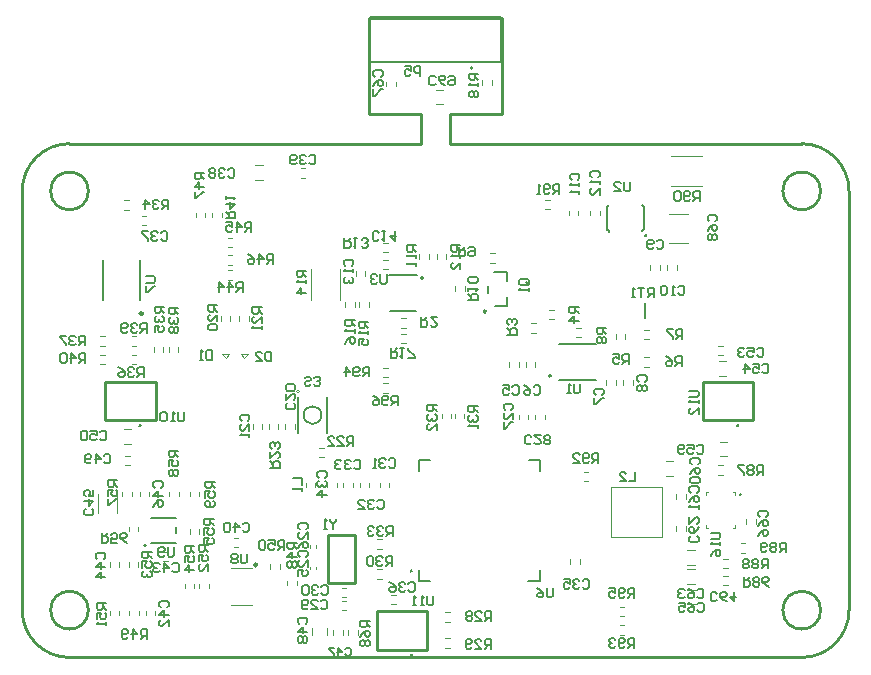
<source format=gbo>
G04 Layer_Color=32896*
%FSLAX42Y42*%
%MOMM*%
G71*
G01*
G75*
%ADD49C,0.20*%
%ADD50C,0.25*%
%ADD97C,0.25*%
%ADD99C,0.10*%
%ADD100C,0.13*%
%ADD101C,0.18*%
%ADD102C,0.15*%
%ADD185C,0.15*%
%ADD186C,0.00*%
%ADD187C,0.13*%
%ADD188C,0.05*%
%ADD189C,0.14*%
D49*
X4077Y1983D02*
G03*
X4077Y1983I-10J0D01*
G01*
X650Y548D02*
G03*
X650Y548I-10J0D01*
G01*
X2994Y2813D02*
G03*
X2994Y2813I-10J0D01*
G01*
X3410Y4592D02*
G03*
X3410Y4592I-8J0D01*
G01*
X4454Y1948D02*
Y1950D01*
Y2255D02*
Y2258D01*
X4144D02*
X4454D01*
X4144Y2255D02*
Y2258D01*
Y1948D02*
Y1950D01*
Y1948D02*
X4454D01*
X689Y570D02*
X900D01*
X689Y784D02*
X900D01*
Y657D02*
Y702D01*
X284Y2628D02*
Y2968D01*
X595Y2628D02*
Y2968D01*
X2938Y2842D02*
X2941Y2840D01*
X2708D02*
X2711Y2842D01*
X2938D01*
X2935Y2532D02*
X2937Y2535D01*
X2713Y2532D02*
X2935D01*
X2710Y2535D02*
X2713Y2532D01*
X4872Y2477D02*
Y2598D01*
D50*
X5681Y980D02*
G03*
X5681Y980I-2J0D01*
G01*
X599Y1565D02*
G03*
X599Y1565I-5J0D01*
G01*
X5659Y1565D02*
G03*
X5659Y1565I-5J0D01*
G01*
X2896Y-378D02*
G03*
X2896Y-378I-5J0D01*
G01*
X2188Y233D02*
X2417D01*
Y631D01*
X2188Y633D02*
X2416D01*
X2188Y233D02*
Y633D01*
X305Y1608D02*
Y1934D01*
X732D01*
X305Y1608D02*
X732D01*
Y1934D01*
X5364Y1608D02*
Y1935D01*
X5791D01*
X5364Y1608D02*
X5791D01*
Y1935D01*
X2602Y-335D02*
Y-8D01*
X3029D01*
X2602Y-335D02*
X3029D01*
Y-8D01*
X6360Y0D02*
G03*
X6360Y0I-160J0D01*
G01*
Y3550D02*
G03*
X6360Y3550I-160J0D01*
G01*
X160D02*
G03*
X160Y3550I-160J0D01*
G01*
Y0D02*
G03*
X160Y0I-160J0D01*
G01*
X6600Y3550D02*
G03*
X6200Y3950I-400J0D01*
G01*
X0D02*
G03*
X-400Y3550I0J-400D01*
G01*
Y0D02*
G03*
X0Y-400I400J0D01*
G01*
X6200D02*
G03*
X6600Y0I0J400D01*
G01*
X5350Y3950D02*
X5600D01*
X3225D02*
X5350D01*
X5350D02*
X5350Y3950D01*
X2974Y4199D02*
X2975D01*
X2974Y4200D02*
X2974Y4199D01*
X2541Y4200D02*
X2974D01*
X2975Y3950D02*
Y4199D01*
X2975Y3950D02*
X2975Y3950D01*
X5600D02*
X6200D01*
X600Y3950D02*
X2975D01*
X0Y3950D02*
X600Y3950D01*
X6600Y0D02*
Y3550D01*
X-400Y0D02*
Y3550D01*
X0Y-400D02*
X6200D01*
X3225Y3950D02*
Y4200D01*
X2540Y4199D02*
Y5015D01*
X3660D01*
Y4200D02*
Y5015D01*
X3225Y4200D02*
X3660D01*
X2541Y4200D02*
X2541Y4200D01*
D97*
X1588Y385D02*
G03*
X1588Y385I-12J0D01*
G01*
X620Y2511D02*
G03*
X620Y2511I-12J0D01*
G01*
X4879Y3174D02*
G03*
X4879Y3174I-6J0D01*
G01*
X3528Y2533D02*
G03*
X3528Y2533I-10J0D01*
G01*
D99*
X712Y2185D02*
Y2225D01*
X793Y2185D02*
Y2225D01*
X5080Y3355D02*
X5240D01*
X5080Y3105D02*
X5240D01*
X2335Y2570D02*
Y2610D01*
X2415Y2570D02*
Y2610D01*
X2292Y2625D02*
Y2885D01*
X2042Y2625D02*
Y2885D01*
X3562Y3023D02*
X3602D01*
X3562Y2943D02*
X3602D01*
X4027Y3475D02*
X4067D01*
X4027Y3395D02*
X4067D01*
X5388Y999D02*
X5407Y999D01*
X5388Y979D02*
X5388Y999D01*
X5618Y999D02*
X5638Y999D01*
X5638Y979D02*
X5638Y999D01*
X5638Y699D02*
X5638Y718D01*
X5618Y699D02*
X5638Y699D01*
X5388Y699D02*
X5407Y699D01*
X5388Y699D02*
X5388Y718D01*
X1365Y47D02*
X1545D01*
X1365Y358D02*
X1545D01*
X5097Y3842D02*
X5358D01*
X5097Y3592D02*
X5358D01*
X5683Y567D02*
X5722D01*
X5683Y487D02*
X5722D01*
X5533Y437D02*
X5572D01*
X5533Y357D02*
X5572D01*
X5495Y1148D02*
X5535D01*
X5495Y1228D02*
X5535D01*
X5533Y212D02*
X5572D01*
X5533Y292D02*
X5572D01*
X1100Y965D02*
Y1005D01*
X1020Y965D02*
Y1005D01*
X845Y965D02*
Y1005D01*
X925Y965D02*
Y1005D01*
X448Y965D02*
Y1005D01*
X528Y965D02*
Y1005D01*
X503Y668D02*
Y708D01*
X583Y668D02*
Y708D01*
X1020Y648D02*
Y688D01*
X1100Y648D02*
Y688D01*
X1055Y185D02*
Y225D01*
X975Y185D02*
Y225D01*
X503Y365D02*
Y405D01*
X583Y365D02*
Y405D01*
X1100Y185D02*
Y225D01*
X1180Y185D02*
Y225D01*
X423Y-44D02*
Y-4D01*
X343Y-44D02*
Y-4D01*
X1780Y353D02*
Y392D01*
X1700Y353D02*
Y392D01*
X508Y-44D02*
Y-4D01*
X588Y-44D02*
Y-4D01*
X1844Y210D02*
Y250D01*
X1924Y210D02*
Y250D01*
X1148Y3325D02*
Y3365D01*
X1068Y3325D02*
Y3365D01*
X1338Y3005D02*
X1378D01*
X1338Y2925D02*
X1378D01*
X1338Y3155D02*
X1378D01*
X1338Y3075D02*
X1378D01*
X1338Y2877D02*
X1378D01*
X1338Y2797D02*
X1378D01*
X1207Y3325D02*
Y3365D01*
X1288Y3325D02*
Y3365D01*
X262Y2082D02*
X303D01*
X262Y2162D02*
X303D01*
X526Y2320D02*
X566D01*
X526Y2240D02*
X566D01*
X920Y2185D02*
Y2225D01*
X840Y2185D02*
Y2225D01*
X262Y2240D02*
X303D01*
X262Y2320D02*
X303D01*
X526Y2162D02*
X566D01*
X526Y2082D02*
X566D01*
X460Y3390D02*
X500D01*
X460Y3470D02*
X500D01*
X2605Y600D02*
X2645D01*
X2605Y520D02*
X2645D01*
X3232Y1625D02*
Y1665D01*
X3152Y1625D02*
Y1665D01*
X3340Y1625D02*
Y1665D01*
X3260Y1625D02*
Y1665D01*
X2605Y347D02*
X2645D01*
X2605Y267D02*
X2645D01*
X3183Y-317D02*
X3223D01*
X3183Y-238D02*
X3223D01*
X3183Y-98D02*
X3223D01*
X3183Y-17D02*
X3223D01*
X1689Y1538D02*
Y1577D01*
X1769Y1538D02*
Y1577D01*
X2112Y1375D02*
X2152D01*
X2112Y1295D02*
X2152D01*
X2808Y2342D02*
X2848D01*
X2808Y2262D02*
X2848D01*
X2533Y2570D02*
Y2610D01*
X2453Y2570D02*
Y2610D01*
X2653Y2886D02*
X2693D01*
X2653Y2966D02*
X2693D01*
X3192Y2972D02*
Y3012D01*
X3112Y2972D02*
Y3012D01*
X3042Y2972D02*
Y3012D01*
X2962Y2972D02*
Y3012D01*
X3267Y2705D02*
Y2745D01*
X3347Y2705D02*
Y2745D01*
X4290Y2312D02*
X4330D01*
X4290Y2392D02*
X4330D01*
X4867Y2295D02*
X4908D01*
X4867Y2375D02*
X4908D01*
X4867Y2062D02*
X4908D01*
X4867Y2142D02*
X4908D01*
X4625Y2299D02*
Y2339D01*
X4705Y2299D02*
Y2339D01*
X4062Y2462D02*
X4103D01*
X4062Y2542D02*
X4103D01*
X3910Y2429D02*
X3950D01*
X3910Y2349D02*
X3950D01*
X2808Y2470D02*
X2848D01*
X2808Y2390D02*
X2848D01*
X4585Y616D02*
X5015D01*
Y1046D01*
X4585D02*
X5015D01*
X4585Y616D02*
Y1046D01*
X2083Y1040D02*
Y1080D01*
X2003Y1040D02*
Y1080D01*
X5812Y729D02*
Y769D01*
X5732Y729D02*
Y769D01*
X5232Y224D02*
X5292D01*
X5232Y350D02*
X5292D01*
X5232Y50D02*
X5292D01*
X5232Y175D02*
X5292D01*
X5232Y384D02*
X5292D01*
X5232Y510D02*
X5292D01*
X5136Y669D02*
Y709D01*
X5216Y669D02*
Y709D01*
X5216Y941D02*
Y981D01*
X5136Y941D02*
Y981D01*
X5052Y1140D02*
X5112D01*
X5052Y1266D02*
X5112D01*
X5505Y1428D02*
X5565D01*
X5505Y1302D02*
X5565D01*
X675Y965D02*
Y1005D01*
X595Y965D02*
Y1005D01*
X242Y820D02*
Y980D01*
X403Y820D02*
Y980D01*
X423Y365D02*
Y405D01*
X343Y365D02*
Y405D01*
X795Y495D02*
X835D01*
X795Y415D02*
X835D01*
X728Y-44D02*
Y-4D01*
X647Y-44D02*
Y-4D01*
X1390Y535D02*
X1430D01*
X1390Y615D02*
X1430D01*
X1958Y3660D02*
X1998D01*
X1958Y3740D02*
X1998D01*
X1575Y3768D02*
X1635D01*
X1575Y3642D02*
X1635D01*
X610Y3258D02*
X650D01*
X610Y3338D02*
X650D01*
X2723Y130D02*
X2762D01*
X2723Y50D02*
X2762D01*
X4322Y395D02*
Y435D01*
X4242Y395D02*
Y435D01*
X2262Y1040D02*
Y1080D01*
X2182Y1040D02*
Y1080D01*
X2400Y1040D02*
Y1080D01*
X2320Y1040D02*
Y1080D01*
X2540Y1040D02*
Y1080D01*
X2460Y1040D02*
Y1080D01*
X2705Y1040D02*
Y1080D01*
X2625Y1040D02*
Y1080D01*
X2305Y108D02*
X2345D01*
X2305Y188D02*
X2345D01*
X2305Y80D02*
X2345D01*
X2305Y0D02*
X2345D01*
X4022Y1615D02*
Y1655D01*
X3942Y1615D02*
Y1655D01*
X3885Y1615D02*
Y1655D01*
X3805Y1615D02*
Y1655D01*
X2035Y530D02*
Y550D01*
X2085Y530D02*
Y550D01*
X2085Y347D02*
Y367D01*
X2035Y347D02*
Y367D01*
X1550Y1538D02*
Y1577D01*
X1630Y1538D02*
Y1577D01*
X1828Y1538D02*
Y1577D01*
X1908Y1538D02*
Y1577D01*
X2654Y3032D02*
X2694D01*
X2654Y3112D02*
X2694D01*
X2505Y2831D02*
Y2871D01*
X2425Y2831D02*
Y2871D01*
X4408Y3342D02*
Y3383D01*
X4488Y3342D02*
Y3383D01*
X4229Y3342D02*
Y3383D01*
X4309Y3342D02*
Y3383D01*
X5061Y2880D02*
Y2920D01*
X5141Y2880D02*
Y2920D01*
X4919Y2880D02*
Y2920D01*
X4999Y2880D02*
Y2920D01*
X4770Y1908D02*
Y1948D01*
X4690Y1908D02*
Y1948D01*
X4625Y1908D02*
Y1948D01*
X4545Y1908D02*
Y1948D01*
X3865Y2058D02*
Y2098D01*
X3945Y2058D02*
Y2098D01*
X3723Y2058D02*
Y2098D01*
X3803Y2058D02*
Y2098D01*
X4354Y1170D02*
X4394D01*
X4354Y1090D02*
X4394D01*
X4658Y-127D02*
X4698D01*
X4658Y-208D02*
X4698D01*
X2658Y1971D02*
X2698D01*
X2658Y2051D02*
X2698D01*
X4658Y-50D02*
X4698D01*
X4658Y30D02*
X4698D01*
X2658Y1921D02*
X2698D01*
X2658Y1841D02*
X2698D01*
X3496Y4447D02*
Y4487D01*
X3576Y4447D02*
Y4487D01*
X3103Y4408D02*
X3163D01*
X3103Y4282D02*
X3163D01*
X2761Y4435D02*
Y4475D01*
X2681Y4435D02*
Y4475D01*
X461Y1407D02*
X521D01*
X461Y1533D02*
X521D01*
X470Y1308D02*
X510D01*
X470Y1228D02*
X510D01*
X5490Y2158D02*
X5530D01*
X5490Y2238D02*
X5530D01*
X5500Y2106D02*
X5560D01*
X5500Y1980D02*
X5560D01*
X2235Y-210D02*
Y-170D01*
X2315Y-210D02*
Y-170D01*
X2183Y-208D02*
Y-148D01*
X2057Y-208D02*
Y-148D01*
X2360Y-210D02*
Y-170D01*
X2440Y-210D02*
Y-170D01*
X1519Y2448D02*
Y2488D01*
X1439Y2448D02*
Y2488D01*
X1362Y2448D02*
Y2488D01*
X1282Y2448D02*
Y2488D01*
D100*
X2133Y1652D02*
G03*
X2133Y1652I-75J0D01*
G01*
X4866Y3228D02*
Y3414D01*
X4848Y3431D02*
X4866Y3414D01*
X4851Y3213D02*
X4866Y3228D01*
X2183Y1502D02*
Y1802D01*
X1933Y1502D02*
Y1802D01*
D101*
X2544Y4641D02*
X3654D01*
Y5020D01*
X2544D02*
X3654D01*
X2544Y4641D02*
Y5020D01*
D102*
X3705Y2652D02*
X3705Y2573D01*
Y2785D02*
Y2862D01*
X3600Y2573D02*
X3705D01*
X3597Y2862D02*
X3705D01*
X3545Y2688D02*
Y2748D01*
X800Y2570D02*
X720D01*
Y2530D01*
X733Y2517D01*
X760D01*
X773Y2530D01*
Y2570D01*
Y2543D02*
X800Y2517D01*
X733Y2490D02*
X720Y2477D01*
Y2450D01*
X733Y2437D01*
X747D01*
X760Y2450D01*
Y2463D01*
Y2450D01*
X773Y2437D01*
X787D01*
X800Y2450D01*
Y2477D01*
X787Y2490D01*
X720Y2357D02*
Y2410D01*
X760D01*
X747Y2383D01*
Y2370D01*
X760Y2357D01*
X787D01*
X800Y2370D01*
Y2397D01*
X787Y2410D01*
X2415Y2458D02*
X2335D01*
Y2418D01*
X2348Y2404D01*
X2375D01*
X2388Y2418D01*
Y2458D01*
Y2431D02*
X2415Y2404D01*
Y2378D02*
Y2351D01*
Y2364D01*
X2335D01*
X2348Y2378D01*
X2335Y2258D02*
X2348Y2284D01*
X2375Y2311D01*
X2402D01*
X2415Y2298D01*
Y2271D01*
X2402Y2258D01*
X2388D01*
X2375Y2271D01*
Y2311D01*
X2002Y2875D02*
X1923D01*
Y2835D01*
X1936Y2822D01*
X1963D01*
X1976Y2835D01*
Y2875D01*
Y2848D02*
X2002Y2822D01*
Y2795D02*
Y2768D01*
Y2782D01*
X1923D01*
X1936Y2795D01*
X2002Y2688D02*
X1923D01*
X1963Y2728D01*
Y2675D01*
X3298Y3078D02*
Y2998D01*
X3338D01*
X3352Y3011D01*
Y3038D01*
X3338Y3051D01*
X3298D01*
X3325D02*
X3352Y3078D01*
X3378Y3065D02*
X3392Y3078D01*
X3418D01*
X3431Y3065D01*
Y3011D01*
X3418Y2998D01*
X3392D01*
X3378Y3011D01*
Y3025D01*
X3392Y3038D01*
X3431D01*
X4147Y3525D02*
Y3605D01*
X4108D01*
X4094Y3592D01*
Y3565D01*
X4108Y3552D01*
X4147D01*
X4121D02*
X4094Y3525D01*
X4068Y3538D02*
X4054Y3525D01*
X4028D01*
X4014Y3538D01*
Y3592D01*
X4028Y3605D01*
X4054D01*
X4068Y3592D01*
Y3578D01*
X4054Y3565D01*
X4014D01*
X3988Y3525D02*
X3961D01*
X3974D01*
Y3605D01*
X3988Y3592D01*
X2258Y770D02*
Y757D01*
X2231Y730D01*
X2204Y757D01*
Y770D01*
X2231Y730D02*
Y690D01*
X2178D02*
X2151D01*
X2164D01*
Y770D01*
X2178Y757D01*
X5430Y657D02*
X5497D01*
X5510Y644D01*
Y618D01*
X5497Y604D01*
X5430D01*
X5510Y578D02*
Y551D01*
Y564D01*
X5430D01*
X5443Y578D01*
X5430Y458D02*
X5443Y484D01*
X5470Y511D01*
X5497D01*
X5510Y498D01*
Y471D01*
X5497Y458D01*
X5483D01*
X5470Y471D01*
Y511D01*
X3080Y120D02*
Y53D01*
X3067Y40D01*
X3040D01*
X3027Y53D01*
Y120D01*
X3000Y40D02*
X2973D01*
X2987D01*
Y120D01*
X3000Y107D01*
X2933Y40D02*
X2907D01*
X2920D01*
Y120D01*
X2933Y107D01*
X970Y1677D02*
Y1611D01*
X957Y1598D01*
X930D01*
X917Y1611D01*
Y1677D01*
X890Y1598D02*
X863D01*
X877D01*
Y1677D01*
X890Y1664D01*
X823D02*
X810Y1677D01*
X783D01*
X770Y1664D01*
Y1611D01*
X783Y1598D01*
X810D01*
X823Y1611D01*
Y1664D01*
X885Y532D02*
Y466D01*
X872Y453D01*
X845D01*
X832Y466D01*
Y532D01*
X805Y466D02*
X792Y453D01*
X765D01*
X752Y466D01*
Y519D01*
X765Y532D01*
X792D01*
X805Y519D01*
Y506D01*
X792Y492D01*
X752D01*
X1502Y477D02*
Y411D01*
X1489Y397D01*
X1463D01*
X1449Y411D01*
Y477D01*
X1423Y464D02*
X1409Y477D01*
X1383D01*
X1369Y464D01*
Y451D01*
X1383Y437D01*
X1369Y424D01*
Y411D01*
X1383Y397D01*
X1409D01*
X1423Y411D01*
Y424D01*
X1409Y437D01*
X1423Y451D01*
Y464D01*
X1409Y437D02*
X1383D01*
X648Y2827D02*
X714D01*
X728Y2814D01*
Y2788D01*
X714Y2774D01*
X648D01*
Y2748D02*
Y2694D01*
X661D01*
X714Y2748D01*
X728D01*
X4092Y187D02*
Y121D01*
X4079Y108D01*
X4053D01*
X4039Y121D01*
Y187D01*
X3959D02*
X3986Y174D01*
X4013Y147D01*
Y121D01*
X3999Y108D01*
X3973D01*
X3959Y121D01*
Y134D01*
X3973Y147D01*
X4013D01*
X2685Y2843D02*
Y2776D01*
X2672Y2763D01*
X2645D01*
X2632Y2776D01*
Y2843D01*
X2605Y2830D02*
X2592Y2843D01*
X2565D01*
X2552Y2830D01*
Y2816D01*
X2565Y2803D01*
X2579D01*
X2565D01*
X2552Y2790D01*
Y2776D01*
X2565Y2763D01*
X2592D01*
X2605Y2776D01*
X4747Y3627D02*
Y3561D01*
X4734Y3547D01*
X4708D01*
X4694Y3561D01*
Y3627D01*
X4614Y3547D02*
X4668D01*
X4614Y3601D01*
Y3614D01*
X4628Y3627D01*
X4654D01*
X4668Y3614D01*
X4322Y1917D02*
Y1851D01*
X4309Y1838D01*
X4283D01*
X4269Y1851D01*
Y1917D01*
X4243Y1838D02*
X4216D01*
X4229D01*
Y1917D01*
X4243Y1904D01*
X2043Y1911D02*
X2030Y1898D01*
X2003D01*
X1990Y1911D01*
Y1924D01*
X2003Y1938D01*
X2030D01*
X2043Y1951D01*
Y1964D01*
X2030Y1977D01*
X2003D01*
X1990Y1964D01*
X2070Y1911D02*
X2083Y1898D01*
X2110D01*
X2123Y1911D01*
Y1924D01*
X2110Y1938D01*
X2097D01*
X2110D01*
X2123Y1951D01*
Y1964D01*
X2110Y1977D01*
X2083D01*
X2070Y1964D01*
X4947Y2650D02*
Y2730D01*
X4908D01*
X4894Y2717D01*
Y2690D01*
X4908Y2677D01*
X4947D01*
X4921D02*
X4894Y2650D01*
X4868Y2730D02*
X4814D01*
X4841D01*
Y2650D01*
X4788D02*
X4761D01*
X4774D01*
Y2730D01*
X4788Y2717D01*
X5335Y3467D02*
Y3547D01*
X5295D01*
X5282Y3534D01*
Y3507D01*
X5295Y3494D01*
X5335D01*
X5308D02*
X5282Y3467D01*
X5255Y3481D02*
X5242Y3467D01*
X5215D01*
X5202Y3481D01*
Y3534D01*
X5215Y3547D01*
X5242D01*
X5255Y3534D01*
Y3521D01*
X5242Y3507D01*
X5202D01*
X5175Y3534D02*
X5162Y3547D01*
X5135D01*
X5122Y3534D01*
Y3481D01*
X5135Y3467D01*
X5162D01*
X5175Y3481D01*
Y3534D01*
X6065Y492D02*
Y572D01*
X6025D01*
X6012Y559D01*
Y532D01*
X6025Y519D01*
X6065D01*
X6038D02*
X6012Y492D01*
X5985Y559D02*
X5972Y572D01*
X5945D01*
X5932Y559D01*
Y546D01*
X5945Y532D01*
X5932Y519D01*
Y506D01*
X5945Y492D01*
X5972D01*
X5985Y506D01*
Y519D01*
X5972Y532D01*
X5985Y546D01*
Y559D01*
X5972Y532D02*
X5945D01*
X5905Y506D02*
X5892Y492D01*
X5865D01*
X5852Y506D01*
Y559D01*
X5865Y572D01*
X5892D01*
X5905Y559D01*
Y546D01*
X5892Y532D01*
X5852D01*
X5913Y354D02*
Y434D01*
X5873D01*
X5860Y420D01*
Y394D01*
X5873Y380D01*
X5913D01*
X5886D02*
X5860Y354D01*
X5833Y420D02*
X5820Y434D01*
X5793D01*
X5780Y420D01*
Y407D01*
X5793Y394D01*
X5780Y380D01*
Y367D01*
X5793Y354D01*
X5820D01*
X5833Y367D01*
Y380D01*
X5820Y394D01*
X5833Y407D01*
Y420D01*
X5820Y394D02*
X5793D01*
X5753Y420D02*
X5740Y434D01*
X5713D01*
X5700Y420D01*
Y407D01*
X5713Y394D01*
X5700Y380D01*
Y367D01*
X5713Y354D01*
X5740D01*
X5753Y367D01*
Y380D01*
X5740Y394D01*
X5753Y407D01*
Y420D01*
X5740Y394D02*
X5713D01*
X5872Y1147D02*
Y1227D01*
X5833D01*
X5819Y1214D01*
Y1187D01*
X5833Y1174D01*
X5872D01*
X5846D02*
X5819Y1147D01*
X5793Y1214D02*
X5779Y1227D01*
X5753D01*
X5739Y1214D01*
Y1201D01*
X5753Y1187D01*
X5739Y1174D01*
Y1161D01*
X5753Y1147D01*
X5779D01*
X5793Y1161D01*
Y1174D01*
X5779Y1187D01*
X5793Y1201D01*
Y1214D01*
X5779Y1187D02*
X5753D01*
X5713Y1227D02*
X5659D01*
Y1214D01*
X5713Y1161D01*
Y1147D01*
X5708Y280D02*
Y200D01*
X5747D01*
X5761Y213D01*
Y240D01*
X5747Y253D01*
X5708D01*
X5734D02*
X5761Y280D01*
X5787Y213D02*
X5801Y200D01*
X5827D01*
X5841Y213D01*
Y227D01*
X5827Y240D01*
X5841Y253D01*
Y267D01*
X5827Y280D01*
X5801D01*
X5787Y267D01*
Y253D01*
X5801Y240D01*
X5787Y227D01*
Y213D01*
X5801Y240D02*
X5827D01*
X5921Y200D02*
X5894Y213D01*
X5867Y240D01*
Y267D01*
X5881Y280D01*
X5907D01*
X5921Y267D01*
Y253D01*
X5907Y240D01*
X5867D01*
X2542Y-93D02*
X2463D01*
Y-132D01*
X2476Y-146D01*
X2503D01*
X2516Y-132D01*
Y-93D01*
Y-119D02*
X2542Y-146D01*
X2463Y-226D02*
X2476Y-199D01*
X2503Y-172D01*
X2529D01*
X2542Y-186D01*
Y-212D01*
X2529Y-226D01*
X2516D01*
X2503Y-212D01*
Y-172D01*
X2476Y-252D02*
X2463Y-266D01*
Y-292D01*
X2476Y-306D01*
X2489D01*
X2503Y-292D01*
X2516Y-306D01*
X2529D01*
X2542Y-292D01*
Y-266D01*
X2529Y-252D01*
X2516D01*
X2503Y-266D01*
X2489Y-252D01*
X2476D01*
X2503Y-266D02*
Y-292D01*
X1230Y1088D02*
X1150D01*
Y1048D01*
X1163Y1034D01*
X1190D01*
X1203Y1048D01*
Y1088D01*
Y1061D02*
X1230Y1034D01*
X1150Y954D02*
Y1008D01*
X1190D01*
X1177Y981D01*
Y968D01*
X1190Y954D01*
X1217D01*
X1230Y968D01*
Y994D01*
X1217Y1008D01*
Y928D02*
X1230Y914D01*
Y888D01*
X1217Y874D01*
X1163D01*
X1150Y888D01*
Y914D01*
X1163Y928D01*
X1177D01*
X1190Y914D01*
Y874D01*
X920Y1350D02*
X840D01*
Y1310D01*
X853Y1297D01*
X880D01*
X893Y1310D01*
Y1350D01*
Y1323D02*
X920Y1297D01*
X840Y1217D02*
Y1270D01*
X880D01*
X867Y1243D01*
Y1230D01*
X880Y1217D01*
X907D01*
X920Y1230D01*
Y1257D01*
X907Y1270D01*
X853Y1190D02*
X840Y1177D01*
Y1150D01*
X853Y1137D01*
X867D01*
X880Y1150D01*
X893Y1137D01*
X907D01*
X920Y1150D01*
Y1177D01*
X907Y1190D01*
X893D01*
X880Y1177D01*
X867Y1190D01*
X853D01*
X880Y1177D02*
Y1150D01*
X405Y1100D02*
X325D01*
Y1060D01*
X338Y1047D01*
X365D01*
X378Y1060D01*
Y1100D01*
Y1073D02*
X405Y1047D01*
X325Y967D02*
Y1020D01*
X365D01*
X352Y993D01*
Y980D01*
X365Y967D01*
X392D01*
X405Y980D01*
Y1007D01*
X392Y1020D01*
X325Y940D02*
Y887D01*
X338D01*
X392Y940D01*
X405D01*
X272Y653D02*
Y573D01*
X312D01*
X326Y586D01*
Y613D01*
X312Y626D01*
X272D01*
X299D02*
X326Y653D01*
X406Y573D02*
X352D01*
Y613D01*
X379Y599D01*
X392D01*
X406Y613D01*
Y639D01*
X392Y653D01*
X366D01*
X352Y639D01*
X486Y573D02*
X459Y586D01*
X432Y613D01*
Y639D01*
X446Y653D01*
X472D01*
X486Y639D01*
Y626D01*
X472Y613D01*
X432D01*
X1220Y773D02*
X1140D01*
Y733D01*
X1153Y719D01*
X1180D01*
X1193Y733D01*
Y773D01*
Y746D02*
X1220Y719D01*
X1140Y639D02*
Y693D01*
X1180D01*
X1167Y666D01*
Y653D01*
X1180Y639D01*
X1207D01*
X1220Y653D01*
Y679D01*
X1207Y693D01*
X1140Y559D02*
Y613D01*
X1180D01*
X1167Y586D01*
Y573D01*
X1180Y559D01*
X1207D01*
X1220Y573D01*
Y599D01*
X1207Y613D01*
X1055Y540D02*
X975D01*
Y500D01*
X988Y487D01*
X1015D01*
X1028Y500D01*
Y540D01*
Y513D02*
X1055Y487D01*
X975Y407D02*
Y460D01*
X1015D01*
X1002Y433D01*
Y420D01*
X1015Y407D01*
X1042D01*
X1055Y420D01*
Y447D01*
X1042Y460D01*
X1055Y340D02*
X975D01*
X1015Y380D01*
Y327D01*
X695Y493D02*
X615D01*
Y453D01*
X628Y439D01*
X655D01*
X668Y453D01*
Y493D01*
Y466D02*
X695Y439D01*
X615Y359D02*
Y413D01*
X655D01*
X642Y386D01*
Y373D01*
X655Y359D01*
X682D01*
X695Y373D01*
Y399D01*
X682Y413D01*
X628Y333D02*
X615Y319D01*
Y293D01*
X628Y279D01*
X642D01*
X655Y293D01*
Y306D01*
Y293D01*
X668Y279D01*
X682D01*
X695Y293D01*
Y319D01*
X682Y333D01*
X1174Y549D02*
X1094D01*
Y509D01*
X1107Y495D01*
X1134D01*
X1147Y509D01*
Y549D01*
Y522D02*
X1174Y495D01*
X1094Y415D02*
Y469D01*
X1134D01*
X1120Y442D01*
Y429D01*
X1134Y415D01*
X1160D01*
X1174Y429D01*
Y455D01*
X1160Y469D01*
X1174Y335D02*
Y389D01*
X1120Y335D01*
X1107D01*
X1094Y349D01*
Y375D01*
X1107Y389D01*
X310Y59D02*
X230D01*
Y19D01*
X243Y5D01*
X270D01*
X283Y19D01*
Y59D01*
Y32D02*
X310Y5D01*
X230Y-75D02*
Y-21D01*
X270D01*
X257Y-48D01*
Y-61D01*
X270Y-75D01*
X297D01*
X310Y-61D01*
Y-35D01*
X297Y-21D01*
X310Y-101D02*
Y-128D01*
Y-115D01*
X230D01*
X243Y-101D01*
X1819Y512D02*
Y592D01*
X1779D01*
X1765Y579D01*
Y552D01*
X1779Y539D01*
X1819D01*
X1792D02*
X1765Y512D01*
X1685Y592D02*
X1739D01*
Y552D01*
X1712Y566D01*
X1699D01*
X1685Y552D01*
Y526D01*
X1699Y512D01*
X1725D01*
X1739Y526D01*
X1659Y579D02*
X1645Y592D01*
X1619D01*
X1605Y579D01*
Y526D01*
X1619Y512D01*
X1645D01*
X1659Y526D01*
Y579D01*
X655Y-243D02*
Y-163D01*
X615D01*
X602Y-177D01*
Y-203D01*
X615Y-217D01*
X655D01*
X628D02*
X602Y-243D01*
X535D02*
Y-163D01*
X575Y-203D01*
X522D01*
X495Y-230D02*
X482Y-243D01*
X455D01*
X442Y-230D01*
Y-177D01*
X455Y-163D01*
X482D01*
X495Y-177D01*
Y-190D01*
X482Y-203D01*
X442D01*
X1924Y572D02*
X1844D01*
Y533D01*
X1857Y519D01*
X1884D01*
X1897Y533D01*
Y572D01*
Y546D02*
X1924Y519D01*
Y453D02*
X1844D01*
X1884Y493D01*
Y439D01*
X1857Y413D02*
X1844Y399D01*
Y373D01*
X1857Y359D01*
X1870D01*
X1884Y373D01*
X1897Y359D01*
X1910D01*
X1924Y373D01*
Y399D01*
X1910Y413D01*
X1897D01*
X1884Y399D01*
X1870Y413D01*
X1857D01*
X1884Y399D02*
Y373D01*
X1140Y3703D02*
X1060D01*
Y3663D01*
X1073Y3649D01*
X1100D01*
X1113Y3663D01*
Y3703D01*
Y3676D02*
X1140Y3649D01*
Y3583D02*
X1060D01*
X1100Y3623D01*
Y3569D01*
X1060Y3543D02*
Y3489D01*
X1073D01*
X1127Y3543D01*
X1140D01*
X1724Y2935D02*
Y3015D01*
X1684D01*
X1671Y3002D01*
Y2975D01*
X1684Y2962D01*
X1724D01*
X1697D02*
X1671Y2935D01*
X1604D02*
Y3015D01*
X1644Y2975D01*
X1591D01*
X1511Y3015D02*
X1537Y3002D01*
X1564Y2975D01*
Y2949D01*
X1551Y2935D01*
X1524D01*
X1511Y2949D01*
Y2962D01*
X1524Y2975D01*
X1564D01*
X1540Y3205D02*
Y3285D01*
X1500D01*
X1487Y3272D01*
Y3245D01*
X1500Y3232D01*
X1540D01*
X1513D02*
X1487Y3205D01*
X1420D02*
Y3285D01*
X1460Y3245D01*
X1407D01*
X1327Y3285D02*
X1380D01*
Y3245D01*
X1353Y3258D01*
X1340D01*
X1327Y3245D01*
Y3218D01*
X1340Y3205D01*
X1367D01*
X1380Y3218D01*
X1468Y2698D02*
Y2777D01*
X1428D01*
X1414Y2764D01*
Y2737D01*
X1428Y2724D01*
X1468D01*
X1441D02*
X1414Y2698D01*
X1348D02*
Y2777D01*
X1388Y2737D01*
X1334D01*
X1268Y2698D02*
Y2777D01*
X1308Y2737D01*
X1254D01*
X1323Y3320D02*
X1402D01*
Y3360D01*
X1389Y3373D01*
X1362D01*
X1349Y3360D01*
Y3320D01*
Y3347D02*
X1323Y3373D01*
Y3440D02*
X1402D01*
X1362Y3400D01*
Y3453D01*
X1323Y3480D02*
Y3507D01*
Y3493D01*
X1402D01*
X1389Y3480D01*
X135Y2095D02*
Y2175D01*
X95D01*
X82Y2162D01*
Y2135D01*
X95Y2122D01*
X135D01*
X108D02*
X82Y2095D01*
X15D02*
Y2175D01*
X55Y2135D01*
X2D01*
X-25Y2162D02*
X-38Y2175D01*
X-65D01*
X-78Y2162D01*
Y2108D01*
X-65Y2095D01*
X-38D01*
X-25Y2108D01*
Y2162D01*
X653Y2350D02*
Y2430D01*
X614D01*
X600Y2417D01*
Y2390D01*
X614Y2377D01*
X653D01*
X627D02*
X600Y2350D01*
X574Y2417D02*
X560Y2430D01*
X534D01*
X520Y2417D01*
Y2403D01*
X534Y2390D01*
X547D01*
X534D01*
X520Y2377D01*
Y2363D01*
X534Y2350D01*
X560D01*
X574Y2363D01*
X494D02*
X480Y2350D01*
X454D01*
X440Y2363D01*
Y2417D01*
X454Y2430D01*
X480D01*
X494Y2417D01*
Y2403D01*
X480Y2390D01*
X440D01*
X923Y2560D02*
X843D01*
Y2520D01*
X856Y2507D01*
X883D01*
X896Y2520D01*
Y2560D01*
Y2533D02*
X923Y2507D01*
X856Y2480D02*
X843Y2467D01*
Y2440D01*
X856Y2427D01*
X869D01*
X883Y2440D01*
Y2453D01*
Y2440D01*
X896Y2427D01*
X909D01*
X923Y2440D01*
Y2467D01*
X909Y2480D01*
X856Y2400D02*
X843Y2387D01*
Y2360D01*
X856Y2347D01*
X869D01*
X883Y2360D01*
X896Y2347D01*
X909D01*
X923Y2360D01*
Y2387D01*
X909Y2400D01*
X896D01*
X883Y2387D01*
X869Y2400D01*
X856D01*
X883Y2387D02*
Y2360D01*
X133Y2242D02*
Y2322D01*
X93D01*
X79Y2309D01*
Y2282D01*
X93Y2269D01*
X133D01*
X106D02*
X79Y2242D01*
X53Y2309D02*
X39Y2322D01*
X13D01*
X-1Y2309D01*
Y2296D01*
X13Y2282D01*
X26D01*
X13D01*
X-1Y2269D01*
Y2256D01*
X13Y2242D01*
X39D01*
X53Y2256D01*
X-27Y2322D02*
X-81D01*
Y2309D01*
X-27Y2256D01*
Y2242D01*
X628Y1977D02*
Y2057D01*
X588D01*
X574Y2044D01*
Y2017D01*
X588Y2004D01*
X628D01*
X601D02*
X574Y1977D01*
X548Y2044D02*
X534Y2057D01*
X508D01*
X494Y2044D01*
Y2031D01*
X508Y2017D01*
X521D01*
X508D01*
X494Y2004D01*
Y1991D01*
X508Y1977D01*
X534D01*
X548Y1991D01*
X414Y2057D02*
X441Y2044D01*
X468Y2017D01*
Y1991D01*
X454Y1977D01*
X428D01*
X414Y1991D01*
Y2004D01*
X428Y2017D01*
X468D01*
X838Y3397D02*
Y3477D01*
X798D01*
X784Y3464D01*
Y3437D01*
X798Y3424D01*
X838D01*
X811D02*
X784Y3397D01*
X758Y3464D02*
X744Y3477D01*
X718D01*
X704Y3464D01*
Y3451D01*
X718Y3437D01*
X731D01*
X718D01*
X704Y3424D01*
Y3411D01*
X718Y3397D01*
X744D01*
X758Y3411D01*
X638Y3397D02*
Y3477D01*
X678Y3437D01*
X624D01*
X2737Y631D02*
Y711D01*
X2697D01*
X2683Y697D01*
Y671D01*
X2697Y657D01*
X2737D01*
X2710D02*
X2683Y631D01*
X2657Y697D02*
X2643Y711D01*
X2617D01*
X2604Y697D01*
Y684D01*
X2617Y671D01*
X2630D01*
X2617D01*
X2604Y657D01*
Y644D01*
X2617Y631D01*
X2643D01*
X2657Y644D01*
X2577Y697D02*
X2564Y711D01*
X2537D01*
X2524Y697D01*
Y684D01*
X2537Y671D01*
X2550D01*
X2537D01*
X2524Y657D01*
Y644D01*
X2537Y631D01*
X2564D01*
X2577Y644D01*
X3108Y1738D02*
X3028D01*
Y1698D01*
X3041Y1684D01*
X3068D01*
X3081Y1698D01*
Y1738D01*
Y1711D02*
X3108Y1684D01*
X3041Y1658D02*
X3028Y1644D01*
Y1618D01*
X3041Y1604D01*
X3054D01*
X3068Y1618D01*
Y1631D01*
Y1618D01*
X3081Y1604D01*
X3094D01*
X3108Y1618D01*
Y1644D01*
X3094Y1658D01*
X3108Y1524D02*
Y1578D01*
X3054Y1524D01*
X3041D01*
X3028Y1538D01*
Y1564D01*
X3041Y1578D01*
X3455Y1730D02*
X3375D01*
Y1690D01*
X3388Y1677D01*
X3415D01*
X3428Y1690D01*
Y1730D01*
Y1703D02*
X3455Y1677D01*
X3388Y1650D02*
X3375Y1637D01*
Y1610D01*
X3388Y1597D01*
X3402D01*
X3415Y1610D01*
Y1623D01*
Y1610D01*
X3428Y1597D01*
X3442D01*
X3455Y1610D01*
Y1637D01*
X3442Y1650D01*
X3455Y1570D02*
Y1543D01*
Y1557D01*
X3375D01*
X3388Y1570D01*
X2733Y375D02*
Y455D01*
X2693D01*
X2679Y442D01*
Y415D01*
X2693Y402D01*
X2733D01*
X2706D02*
X2679Y375D01*
X2653Y442D02*
X2639Y455D01*
X2613D01*
X2599Y442D01*
Y428D01*
X2613Y415D01*
X2626D01*
X2613D01*
X2599Y402D01*
Y388D01*
X2613Y375D01*
X2639D01*
X2653Y388D01*
X2573Y442D02*
X2559Y455D01*
X2533D01*
X2519Y442D01*
Y388D01*
X2533Y375D01*
X2559D01*
X2573Y388D01*
Y442D01*
X3568Y-325D02*
Y-245D01*
X3528D01*
X3514Y-258D01*
Y-285D01*
X3528Y-298D01*
X3568D01*
X3541D02*
X3514Y-325D01*
X3434D02*
X3488D01*
X3434Y-272D01*
Y-258D01*
X3448Y-245D01*
X3474D01*
X3488Y-258D01*
X3408Y-312D02*
X3394Y-325D01*
X3368D01*
X3354Y-312D01*
Y-258D01*
X3368Y-245D01*
X3394D01*
X3408Y-258D01*
Y-272D01*
X3394Y-285D01*
X3354D01*
X3570Y-90D02*
Y-10D01*
X3530D01*
X3517Y-23D01*
Y-50D01*
X3530Y-63D01*
X3570D01*
X3543D02*
X3517Y-90D01*
X3437D02*
X3490D01*
X3437Y-37D01*
Y-23D01*
X3450Y-10D01*
X3477D01*
X3490Y-23D01*
X3410D02*
X3397Y-10D01*
X3370D01*
X3357Y-23D01*
Y-37D01*
X3370Y-50D01*
X3357Y-63D01*
Y-77D01*
X3370Y-90D01*
X3397D01*
X3410Y-77D01*
Y-63D01*
X3397Y-50D01*
X3410Y-37D01*
Y-23D01*
X3397Y-50D02*
X3370D01*
X1700Y1207D02*
X1780D01*
Y1246D01*
X1767Y1260D01*
X1740D01*
X1727Y1246D01*
Y1207D01*
Y1233D02*
X1700Y1260D01*
Y1340D02*
Y1286D01*
X1753Y1340D01*
X1767D01*
X1780Y1326D01*
Y1300D01*
X1767Y1286D01*
Y1366D02*
X1780Y1380D01*
Y1406D01*
X1767Y1420D01*
X1753D01*
X1740Y1406D01*
Y1393D01*
Y1406D01*
X1727Y1420D01*
X1713D01*
X1700Y1406D01*
Y1380D01*
X1713Y1366D01*
X2402Y1393D02*
Y1472D01*
X2363D01*
X2349Y1459D01*
Y1432D01*
X2363Y1419D01*
X2402D01*
X2376D02*
X2349Y1393D01*
X2269D02*
X2323D01*
X2269Y1446D01*
Y1459D01*
X2283Y1472D01*
X2309D01*
X2323Y1459D01*
X2189Y1393D02*
X2243D01*
X2189Y1446D01*
Y1459D01*
X2203Y1472D01*
X2229D01*
X2243Y1459D01*
X2722Y2216D02*
Y2136D01*
X2762D01*
X2776Y2150D01*
Y2176D01*
X2762Y2190D01*
X2722D01*
X2749D02*
X2776Y2216D01*
X2802D02*
X2829D01*
X2816D01*
Y2136D01*
X2802Y2150D01*
X2869Y2136D02*
X2922D01*
Y2150D01*
X2869Y2203D01*
Y2216D01*
X2530Y2442D02*
X2450D01*
Y2403D01*
X2463Y2389D01*
X2490D01*
X2503Y2403D01*
Y2442D01*
Y2416D02*
X2530Y2389D01*
Y2363D02*
Y2336D01*
Y2349D01*
X2450D01*
X2463Y2363D01*
X2450Y2243D02*
Y2296D01*
X2490D01*
X2477Y2269D01*
Y2256D01*
X2490Y2243D01*
X2517D01*
X2530Y2256D01*
Y2283D01*
X2517Y2296D01*
X2327Y3150D02*
Y3070D01*
X2367D01*
X2381Y3083D01*
Y3110D01*
X2367Y3123D01*
X2327D01*
X2354D02*
X2381Y3150D01*
X2407D02*
X2434D01*
X2421D01*
Y3070D01*
X2407Y3083D01*
X2474D02*
X2487Y3070D01*
X2514D01*
X2527Y3083D01*
Y3097D01*
X2514Y3110D01*
X2501D01*
X2514D01*
X2527Y3123D01*
Y3137D01*
X2514Y3150D01*
X2487D01*
X2474Y3137D01*
X3310Y3090D02*
X3230D01*
Y3050D01*
X3244Y3036D01*
X3270D01*
X3284Y3050D01*
Y3090D01*
Y3063D02*
X3310Y3036D01*
Y3010D02*
Y2983D01*
Y2996D01*
X3230D01*
X3244Y3010D01*
X3310Y2890D02*
Y2943D01*
X3257Y2890D01*
X3244D01*
X3230Y2903D01*
Y2930D01*
X3244Y2943D01*
X2936Y3088D02*
X2856D01*
Y3048D01*
X2869Y3035D01*
X2896D01*
X2909Y3048D01*
Y3088D01*
Y3062D02*
X2936Y3035D01*
Y3008D02*
Y2982D01*
Y2995D01*
X2856D01*
X2869Y3008D01*
X2936Y2942D02*
Y2915D01*
Y2928D01*
X2856D01*
X2869Y2942D01*
X3375Y2625D02*
X3455D01*
Y2665D01*
X3442Y2678D01*
X3415D01*
X3402Y2665D01*
Y2625D01*
Y2652D02*
X3375Y2678D01*
Y2705D02*
Y2732D01*
Y2718D01*
X3455D01*
X3442Y2705D01*
Y2772D02*
X3455Y2785D01*
Y2812D01*
X3442Y2825D01*
X3388D01*
X3375Y2812D01*
Y2785D01*
X3388Y2772D01*
X3442D01*
X4545Y2392D02*
X4465D01*
Y2353D01*
X4478Y2339D01*
X4505D01*
X4518Y2353D01*
Y2392D01*
Y2366D02*
X4545Y2339D01*
X4478Y2313D02*
X4465Y2299D01*
Y2273D01*
X4478Y2259D01*
X4492D01*
X4505Y2273D01*
X4518Y2259D01*
X4532D01*
X4545Y2273D01*
Y2299D01*
X4532Y2313D01*
X4518D01*
X4505Y2299D01*
X4492Y2313D01*
X4478D01*
X4505Y2299D02*
Y2273D01*
X5190Y2298D02*
Y2377D01*
X5150D01*
X5137Y2364D01*
Y2337D01*
X5150Y2324D01*
X5190D01*
X5163D02*
X5137Y2298D01*
X5110Y2377D02*
X5057D01*
Y2364D01*
X5110Y2311D01*
Y2298D01*
X5183Y2070D02*
Y2150D01*
X5143D01*
X5129Y2137D01*
Y2110D01*
X5143Y2097D01*
X5183D01*
X5156D02*
X5129Y2070D01*
X5049Y2150D02*
X5076Y2137D01*
X5103Y2110D01*
Y2083D01*
X5089Y2070D01*
X5063D01*
X5049Y2083D01*
Y2097D01*
X5063Y2110D01*
X5103D01*
X4735Y2087D02*
Y2167D01*
X4695D01*
X4682Y2153D01*
Y2127D01*
X4695Y2113D01*
X4735D01*
X4708D02*
X4682Y2087D01*
X4602Y2167D02*
X4655D01*
Y2127D01*
X4628Y2140D01*
X4615D01*
X4602Y2127D01*
Y2100D01*
X4615Y2087D01*
X4642D01*
X4655Y2100D01*
X4310Y2567D02*
X4230D01*
Y2528D01*
X4243Y2514D01*
X4270D01*
X4283Y2528D01*
Y2567D01*
Y2541D02*
X4310Y2514D01*
Y2448D02*
X4230D01*
X4270Y2488D01*
Y2434D01*
X3705Y2334D02*
X3785D01*
Y2374D01*
X3772Y2388D01*
X3745D01*
X3732Y2374D01*
Y2334D01*
Y2361D02*
X3705Y2388D01*
X3772Y2414D02*
X3785Y2428D01*
Y2454D01*
X3772Y2468D01*
X3758D01*
X3745Y2454D01*
Y2441D01*
Y2454D01*
X3732Y2468D01*
X3718D01*
X3705Y2454D01*
Y2428D01*
X3718Y2414D01*
X2977Y2480D02*
Y2400D01*
X3017D01*
X3031Y2413D01*
Y2440D01*
X3017Y2453D01*
X2977D01*
X3004D02*
X3031Y2480D01*
X3111D02*
X3057D01*
X3111Y2427D01*
Y2413D01*
X3097Y2400D01*
X3071D01*
X3057Y2413D01*
X3875Y2753D02*
X3822D01*
X3808Y2766D01*
Y2793D01*
X3822Y2806D01*
X3875D01*
X3888Y2793D01*
Y2766D01*
X3862Y2780D02*
X3888Y2753D01*
Y2766D02*
X3875Y2753D01*
X3888Y2726D02*
Y2700D01*
Y2713D01*
X3808D01*
X3822Y2726D01*
X4792Y1170D02*
Y1090D01*
X4739D01*
X4659D02*
X4713D01*
X4659Y1143D01*
Y1156D01*
X4673Y1170D01*
X4699D01*
X4713Y1156D01*
X1890Y1118D02*
X1970D01*
Y1064D01*
Y1038D02*
Y1011D01*
Y1024D01*
X1890D01*
X1903Y1038D01*
X5416Y3292D02*
X5403Y3305D01*
Y3332D01*
X5416Y3345D01*
X5469D01*
X5483Y3332D01*
Y3305D01*
X5469Y3292D01*
X5403Y3212D02*
X5416Y3238D01*
X5443Y3265D01*
X5469D01*
X5483Y3252D01*
Y3225D01*
X5469Y3212D01*
X5456D01*
X5443Y3225D01*
Y3265D01*
X5416Y3185D02*
X5403Y3172D01*
Y3145D01*
X5416Y3132D01*
X5429D01*
X5443Y3145D01*
X5456Y3132D01*
X5469D01*
X5483Y3145D01*
Y3172D01*
X5469Y3185D01*
X5456D01*
X5443Y3172D01*
X5429Y3185D01*
X5416D01*
X5443Y3172D02*
Y3145D01*
X5843Y789D02*
X5830Y803D01*
Y829D01*
X5843Y842D01*
X5897D01*
X5910Y829D01*
Y803D01*
X5897Y789D01*
X5830Y709D02*
X5843Y736D01*
X5870Y763D01*
X5897D01*
X5910Y749D01*
Y723D01*
X5897Y709D01*
X5883D01*
X5870Y723D01*
Y763D01*
X5830Y629D02*
X5843Y656D01*
X5870Y683D01*
X5897D01*
X5910Y669D01*
Y643D01*
X5897Y629D01*
X5883D01*
X5870Y643D01*
Y683D01*
X5317Y52D02*
X5330Y65D01*
X5357D01*
X5370Y52D01*
Y-2D01*
X5357Y-15D01*
X5330D01*
X5317Y-2D01*
X5237Y65D02*
X5263Y52D01*
X5290Y25D01*
Y-2D01*
X5277Y-15D01*
X5250D01*
X5237Y-2D01*
Y12D01*
X5250Y25D01*
X5290D01*
X5157Y65D02*
X5210D01*
Y25D01*
X5183Y38D01*
X5170D01*
X5157Y25D01*
Y-2D01*
X5170Y-15D01*
X5197D01*
X5210Y-2D01*
X5483Y87D02*
X5469Y74D01*
X5443D01*
X5429Y87D01*
Y141D01*
X5443Y154D01*
X5469D01*
X5483Y141D01*
X5563Y74D02*
X5536Y87D01*
X5509Y114D01*
Y141D01*
X5523Y154D01*
X5549D01*
X5563Y141D01*
Y127D01*
X5549Y114D01*
X5509D01*
X5629Y154D02*
Y74D01*
X5589Y114D01*
X5643D01*
X5314Y169D02*
X5328Y182D01*
X5354D01*
X5367Y169D01*
Y116D01*
X5354Y102D01*
X5328D01*
X5314Y116D01*
X5234Y182D02*
X5261Y169D01*
X5288Y142D01*
Y116D01*
X5274Y102D01*
X5248D01*
X5234Y116D01*
Y129D01*
X5248Y142D01*
X5288D01*
X5208Y169D02*
X5194Y182D01*
X5168D01*
X5154Y169D01*
Y156D01*
X5168Y142D01*
X5181D01*
X5168D01*
X5154Y129D01*
Y116D01*
X5168Y102D01*
X5194D01*
X5208Y116D01*
X5314Y627D02*
X5328Y613D01*
Y587D01*
X5314Y574D01*
X5261D01*
X5248Y587D01*
Y613D01*
X5261Y627D01*
X5328Y707D02*
X5314Y680D01*
X5288Y653D01*
X5261D01*
X5248Y667D01*
Y693D01*
X5261Y707D01*
X5274D01*
X5288Y693D01*
Y653D01*
X5248Y787D02*
Y733D01*
X5301Y787D01*
X5314D01*
X5328Y773D01*
Y747D01*
X5314Y733D01*
X5261Y994D02*
X5248Y1008D01*
Y1034D01*
X5261Y1048D01*
X5314D01*
X5328Y1034D01*
Y1008D01*
X5314Y994D01*
X5248Y914D02*
X5261Y941D01*
X5288Y968D01*
X5314D01*
X5328Y954D01*
Y928D01*
X5314Y914D01*
X5301D01*
X5288Y928D01*
Y968D01*
X5328Y888D02*
Y861D01*
Y874D01*
X5248D01*
X5261Y888D01*
X5271Y1234D02*
X5258Y1248D01*
Y1274D01*
X5271Y1287D01*
X5324D01*
X5338Y1274D01*
Y1248D01*
X5324Y1234D01*
X5258Y1154D02*
X5271Y1181D01*
X5298Y1208D01*
X5324D01*
X5338Y1194D01*
Y1168D01*
X5324Y1154D01*
X5311D01*
X5298Y1168D01*
Y1208D01*
X5271Y1128D02*
X5258Y1114D01*
Y1088D01*
X5271Y1074D01*
X5324D01*
X5338Y1088D01*
Y1114D01*
X5324Y1128D01*
X5271D01*
X5312Y1389D02*
X5325Y1402D01*
X5352D01*
X5365Y1389D01*
Y1336D01*
X5352Y1322D01*
X5325D01*
X5312Y1336D01*
X5232Y1402D02*
X5285D01*
Y1362D01*
X5258Y1376D01*
X5245D01*
X5232Y1362D01*
Y1336D01*
X5245Y1322D01*
X5272D01*
X5285Y1336D01*
X5205D02*
X5192Y1322D01*
X5165D01*
X5152Y1336D01*
Y1389D01*
X5165Y1402D01*
X5192D01*
X5205Y1389D01*
Y1376D01*
X5192Y1362D01*
X5152D01*
X5864Y2072D02*
X5878Y2085D01*
X5904D01*
X5917Y2072D01*
Y2018D01*
X5904Y2005D01*
X5878D01*
X5864Y2018D01*
X5784Y2085D02*
X5838D01*
Y2045D01*
X5811Y2058D01*
X5798D01*
X5784Y2045D01*
Y2018D01*
X5798Y2005D01*
X5824D01*
X5838Y2018D01*
X5718Y2005D02*
Y2085D01*
X5758Y2045D01*
X5704D01*
X5820Y2210D02*
X5834Y2224D01*
X5860D01*
X5874Y2210D01*
Y2157D01*
X5860Y2144D01*
X5834D01*
X5820Y2157D01*
X5740Y2224D02*
X5794D01*
Y2184D01*
X5767Y2197D01*
X5754D01*
X5740Y2184D01*
Y2157D01*
X5754Y2144D01*
X5780D01*
X5794Y2157D01*
X5714Y2210D02*
X5700Y2224D01*
X5674D01*
X5660Y2210D01*
Y2197D01*
X5674Y2184D01*
X5687D01*
X5674D01*
X5660Y2170D01*
Y2157D01*
X5674Y2144D01*
X5700D01*
X5714Y2157D01*
X257Y1507D02*
X270Y1520D01*
X297D01*
X310Y1507D01*
Y1453D01*
X297Y1440D01*
X270D01*
X257Y1453D01*
X177Y1520D02*
X230D01*
Y1480D01*
X203Y1493D01*
X190D01*
X177Y1480D01*
Y1453D01*
X190Y1440D01*
X217D01*
X230Y1453D01*
X150Y1507D02*
X137Y1520D01*
X110D01*
X97Y1507D01*
Y1453D01*
X110Y1440D01*
X137D01*
X150Y1453D01*
Y1507D01*
X292Y1309D02*
X305Y1322D01*
X332D01*
X345Y1309D01*
Y1256D01*
X332Y1243D01*
X305D01*
X292Y1256D01*
X225Y1243D02*
Y1322D01*
X265Y1282D01*
X212D01*
X185Y1256D02*
X172Y1243D01*
X145D01*
X132Y1256D01*
Y1309D01*
X145Y1322D01*
X172D01*
X185Y1309D01*
Y1296D01*
X172Y1282D01*
X132D01*
X1946Y-116D02*
X1933Y-102D01*
Y-76D01*
X1946Y-62D01*
X1999D01*
X2012Y-76D01*
Y-102D01*
X1999Y-116D01*
X2012Y-182D02*
X1933D01*
X1973Y-142D01*
Y-196D01*
X1946Y-222D02*
X1933Y-236D01*
Y-262D01*
X1946Y-276D01*
X1959D01*
X1973Y-262D01*
X1986Y-276D01*
X1999D01*
X2012Y-262D01*
Y-236D01*
X1999Y-222D01*
X1986D01*
X1973Y-236D01*
X1959Y-222D01*
X1946D01*
X1973Y-236D02*
Y-262D01*
X721Y1037D02*
X708Y1050D01*
Y1077D01*
X721Y1090D01*
X774D01*
X788Y1077D01*
Y1050D01*
X774Y1037D01*
X788Y970D02*
X708D01*
X748Y1010D01*
Y957D01*
X708Y877D02*
X721Y903D01*
X748Y930D01*
X774D01*
X788Y917D01*
Y890D01*
X774Y877D01*
X761D01*
X748Y890D01*
Y930D01*
X189Y858D02*
X202Y845D01*
Y818D01*
X189Y805D01*
X136D01*
X123Y818D01*
Y845D01*
X136Y858D01*
X123Y925D02*
X202D01*
X162Y885D01*
Y938D01*
X202Y1018D02*
Y965D01*
X162D01*
X176Y992D01*
Y1005D01*
X162Y1018D01*
X136D01*
X123Y1005D01*
Y978D01*
X136Y965D01*
X236Y432D02*
X223Y445D01*
Y472D01*
X236Y485D01*
X289D01*
X303Y472D01*
Y445D01*
X289Y432D01*
X303Y365D02*
X223D01*
X263Y405D01*
Y352D01*
X303Y285D02*
X223D01*
X263Y325D01*
Y272D01*
X870Y388D02*
X884Y401D01*
X910D01*
X924Y388D01*
Y335D01*
X910Y321D01*
X884D01*
X870Y335D01*
X804Y321D02*
Y401D01*
X844Y361D01*
X790D01*
X764Y388D02*
X750Y401D01*
X724D01*
X710Y388D01*
Y375D01*
X724Y361D01*
X737D01*
X724D01*
X710Y348D01*
Y335D01*
X724Y321D01*
X750D01*
X764Y335D01*
X773Y24D02*
X760Y38D01*
Y64D01*
X773Y77D01*
X827D01*
X840Y64D01*
Y38D01*
X827Y24D01*
X840Y-42D02*
X760D01*
X800Y-2D01*
Y-56D01*
X840Y-136D02*
Y-82D01*
X787Y-136D01*
X773D01*
X760Y-122D01*
Y-96D01*
X773Y-82D01*
X1467Y729D02*
X1480Y742D01*
X1507D01*
X1520Y729D01*
Y676D01*
X1507Y662D01*
X1480D01*
X1467Y676D01*
X1400Y662D02*
Y742D01*
X1440Y702D01*
X1387D01*
X1360Y729D02*
X1347Y742D01*
X1320D01*
X1307Y729D01*
Y676D01*
X1320Y662D01*
X1347D01*
X1360Y676D01*
Y729D01*
X2029Y3842D02*
X2043Y3855D01*
X2069D01*
X2083Y3842D01*
Y3788D01*
X2069Y3775D01*
X2043D01*
X2029Y3788D01*
X2003Y3842D02*
X1989Y3855D01*
X1963D01*
X1949Y3842D01*
Y3828D01*
X1963Y3815D01*
X1976D01*
X1963D01*
X1949Y3802D01*
Y3788D01*
X1963Y3775D01*
X1989D01*
X2003Y3788D01*
X1923D02*
X1909Y3775D01*
X1883D01*
X1869Y3788D01*
Y3842D01*
X1883Y3855D01*
X1909D01*
X1923Y3842D01*
Y3828D01*
X1909Y3815D01*
X1869D01*
X1342Y3729D02*
X1355Y3742D01*
X1382D01*
X1395Y3729D01*
Y3676D01*
X1382Y3662D01*
X1355D01*
X1342Y3676D01*
X1315Y3729D02*
X1302Y3742D01*
X1275D01*
X1262Y3729D01*
Y3716D01*
X1275Y3702D01*
X1288D01*
X1275D01*
X1262Y3689D01*
Y3676D01*
X1275Y3662D01*
X1302D01*
X1315Y3676D01*
X1235Y3729D02*
X1222Y3742D01*
X1195D01*
X1182Y3729D01*
Y3716D01*
X1195Y3702D01*
X1182Y3689D01*
Y3676D01*
X1195Y3662D01*
X1222D01*
X1235Y3676D01*
Y3689D01*
X1222Y3702D01*
X1235Y3716D01*
Y3729D01*
X1222Y3702D02*
X1195D01*
X774Y3194D02*
X788Y3207D01*
X814D01*
X827Y3194D01*
Y3141D01*
X814Y3127D01*
X788D01*
X774Y3141D01*
X748Y3194D02*
X734Y3207D01*
X708D01*
X694Y3194D01*
Y3181D01*
X708Y3167D01*
X721D01*
X708D01*
X694Y3154D01*
Y3141D01*
X708Y3127D01*
X734D01*
X748Y3141D01*
X668Y3207D02*
X614D01*
Y3194D01*
X668Y3141D01*
Y3127D01*
X2869Y224D02*
X2883Y237D01*
X2909D01*
X2923Y224D01*
Y171D01*
X2909Y158D01*
X2883D01*
X2869Y171D01*
X2843Y224D02*
X2829Y237D01*
X2803D01*
X2789Y224D01*
Y211D01*
X2803Y197D01*
X2816D01*
X2803D01*
X2789Y184D01*
Y171D01*
X2803Y158D01*
X2829D01*
X2843Y171D01*
X2709Y237D02*
X2736Y224D01*
X2763Y197D01*
Y171D01*
X2749Y158D01*
X2723D01*
X2709Y171D01*
Y184D01*
X2723Y197D01*
X2763D01*
X4344Y249D02*
X4358Y262D01*
X4384D01*
X4397Y249D01*
Y196D01*
X4384Y183D01*
X4358D01*
X4344Y196D01*
X4318Y249D02*
X4304Y262D01*
X4278D01*
X4264Y249D01*
Y236D01*
X4278Y222D01*
X4291D01*
X4278D01*
X4264Y209D01*
Y196D01*
X4278Y183D01*
X4304D01*
X4318Y196D01*
X4184Y262D02*
X4238D01*
Y222D01*
X4211Y236D01*
X4198D01*
X4184Y222D01*
Y196D01*
X4198Y183D01*
X4224D01*
X4238Y196D01*
X2111Y1122D02*
X2098Y1136D01*
Y1162D01*
X2111Y1176D01*
X2164D01*
X2178Y1162D01*
Y1136D01*
X2164Y1122D01*
X2111Y1096D02*
X2098Y1082D01*
Y1056D01*
X2111Y1042D01*
X2124D01*
X2138Y1056D01*
Y1069D01*
Y1056D01*
X2151Y1042D01*
X2164D01*
X2178Y1056D01*
Y1082D01*
X2164Y1096D01*
X2178Y976D02*
X2098D01*
X2138Y1016D01*
Y962D01*
X2409Y1262D02*
X2423Y1275D01*
X2449D01*
X2462Y1262D01*
Y1208D01*
X2449Y1195D01*
X2423D01*
X2409Y1208D01*
X2383Y1262D02*
X2369Y1275D01*
X2343D01*
X2329Y1262D01*
Y1248D01*
X2343Y1235D01*
X2356D01*
X2343D01*
X2329Y1222D01*
Y1208D01*
X2343Y1195D01*
X2369D01*
X2383Y1208D01*
X2303Y1262D02*
X2289Y1275D01*
X2263D01*
X2249Y1262D01*
Y1248D01*
X2263Y1235D01*
X2276D01*
X2263D01*
X2249Y1222D01*
Y1208D01*
X2263Y1195D01*
X2289D01*
X2303Y1208D01*
X2607Y923D02*
X2620Y936D01*
X2647D01*
X2660Y923D01*
Y870D01*
X2647Y856D01*
X2620D01*
X2607Y870D01*
X2580Y923D02*
X2567Y936D01*
X2540D01*
X2527Y923D01*
Y910D01*
X2540Y896D01*
X2553D01*
X2540D01*
X2527Y883D01*
Y870D01*
X2540Y856D01*
X2567D01*
X2580Y870D01*
X2447Y856D02*
X2500D01*
X2447Y910D01*
Y923D01*
X2460Y936D01*
X2487D01*
X2500Y923D01*
X2704Y1272D02*
X2718Y1285D01*
X2744D01*
X2758Y1272D01*
Y1218D01*
X2744Y1205D01*
X2718D01*
X2704Y1218D01*
X2678Y1272D02*
X2664Y1285D01*
X2638D01*
X2624Y1272D01*
Y1258D01*
X2638Y1245D01*
X2651D01*
X2638D01*
X2624Y1232D01*
Y1218D01*
X2638Y1205D01*
X2664D01*
X2678Y1218D01*
X2598Y1205D02*
X2571D01*
X2584D01*
Y1285D01*
X2598Y1272D01*
X2132Y197D02*
X2145Y210D01*
X2172D01*
X2185Y197D01*
Y143D01*
X2172Y130D01*
X2145D01*
X2132Y143D01*
X2105Y197D02*
X2092Y210D01*
X2065D01*
X2052Y197D01*
Y183D01*
X2065Y170D01*
X2078D01*
X2065D01*
X2052Y157D01*
Y143D01*
X2065Y130D01*
X2092D01*
X2105Y143D01*
X2025Y197D02*
X2012Y210D01*
X1985D01*
X1972Y197D01*
Y143D01*
X1985Y130D01*
X2012D01*
X2025Y143D01*
Y197D01*
X2127Y74D02*
X2140Y87D01*
X2167D01*
X2180Y74D01*
Y21D01*
X2167Y8D01*
X2140D01*
X2127Y21D01*
X2047Y8D02*
X2100D01*
X2047Y61D01*
Y74D01*
X2060Y87D01*
X2087D01*
X2100Y74D01*
X2020Y21D02*
X2007Y8D01*
X1980D01*
X1967Y21D01*
Y74D01*
X1980Y87D01*
X2007D01*
X2020Y74D01*
Y61D01*
X2007Y47D01*
X1967D01*
X3911Y1416D02*
X3897Y1403D01*
X3871D01*
X3858Y1416D01*
Y1469D01*
X3871Y1482D01*
X3897D01*
X3911Y1469D01*
X3991Y1482D02*
X3937D01*
X3991Y1429D01*
Y1416D01*
X3977Y1403D01*
X3951D01*
X3937Y1416D01*
X4017D02*
X4031Y1403D01*
X4057D01*
X4071Y1416D01*
Y1429D01*
X4057Y1443D01*
X4071Y1456D01*
Y1469D01*
X4057Y1482D01*
X4031D01*
X4017Y1469D01*
Y1456D01*
X4031Y1443D01*
X4017Y1429D01*
Y1416D01*
X4031Y1443D02*
X4057D01*
X3688Y1697D02*
X3675Y1710D01*
Y1737D01*
X3688Y1750D01*
X3742D01*
X3755Y1737D01*
Y1710D01*
X3742Y1697D01*
X3755Y1617D02*
Y1670D01*
X3702Y1617D01*
X3688D01*
X3675Y1630D01*
Y1657D01*
X3688Y1670D01*
X3675Y1590D02*
Y1537D01*
X3688D01*
X3742Y1590D01*
X3755D01*
X1952Y684D02*
X1939Y698D01*
Y724D01*
X1952Y738D01*
X2005D01*
X2019Y724D01*
Y698D01*
X2005Y684D01*
X2019Y604D02*
Y658D01*
X1965Y604D01*
X1952D01*
X1939Y618D01*
Y644D01*
X1952Y658D01*
X1939Y524D02*
X1952Y551D01*
X1979Y578D01*
X2005D01*
X2019Y564D01*
Y538D01*
X2005Y524D01*
X1992D01*
X1979Y538D01*
Y578D01*
X1952Y450D02*
X1939Y464D01*
Y490D01*
X1952Y504D01*
X2005D01*
X2019Y490D01*
Y464D01*
X2005Y450D01*
X2019Y370D02*
Y424D01*
X1965Y370D01*
X1952D01*
X1939Y384D01*
Y410D01*
X1952Y424D01*
X1939Y290D02*
Y344D01*
X1979D01*
X1965Y317D01*
Y304D01*
X1979Y290D01*
X2005D01*
X2019Y304D01*
Y330D01*
X2005Y344D01*
X1457Y1601D02*
X1444Y1615D01*
Y1641D01*
X1457Y1655D01*
X1511D01*
X1524Y1641D01*
Y1615D01*
X1511Y1601D01*
X1524Y1521D02*
Y1575D01*
X1471Y1521D01*
X1457D01*
X1444Y1535D01*
Y1561D01*
X1457Y1575D01*
X1524Y1495D02*
Y1468D01*
Y1481D01*
X1444D01*
X1457Y1495D01*
X1897Y1753D02*
X1910Y1740D01*
Y1713D01*
X1897Y1700D01*
X1843D01*
X1830Y1713D01*
Y1740D01*
X1843Y1753D01*
X1830Y1833D02*
Y1780D01*
X1883Y1833D01*
X1897D01*
X1910Y1820D01*
Y1793D01*
X1897Y1780D01*
Y1860D02*
X1910Y1873D01*
Y1900D01*
X1897Y1913D01*
X1843D01*
X1830Y1900D01*
Y1873D01*
X1843Y1860D01*
X1897D01*
X2621Y3141D02*
X2607Y3128D01*
X2581D01*
X2567Y3141D01*
Y3194D01*
X2581Y3208D01*
X2607D01*
X2621Y3194D01*
X2647Y3208D02*
X2674D01*
X2661D01*
Y3128D01*
X2647Y3141D01*
X2754Y3208D02*
Y3128D01*
X2714Y3168D01*
X2767D01*
X2336Y2914D02*
X2323Y2928D01*
Y2954D01*
X2336Y2967D01*
X2389D01*
X2402Y2954D01*
Y2928D01*
X2389Y2914D01*
X2402Y2888D02*
Y2861D01*
Y2874D01*
X2323D01*
X2336Y2888D01*
Y2821D02*
X2323Y2808D01*
Y2781D01*
X2336Y2768D01*
X2349D01*
X2363Y2781D01*
Y2794D01*
Y2781D01*
X2376Y2768D01*
X2389D01*
X2402Y2781D01*
Y2808D01*
X2389Y2821D01*
X4421Y3664D02*
X4408Y3678D01*
Y3704D01*
X4421Y3717D01*
X4474D01*
X4488Y3704D01*
Y3678D01*
X4474Y3664D01*
X4488Y3638D02*
Y3611D01*
Y3624D01*
X4408D01*
X4421Y3638D01*
X4488Y3518D02*
Y3571D01*
X4434Y3518D01*
X4421D01*
X4408Y3531D01*
Y3558D01*
X4421Y3571D01*
X4251Y3644D02*
X4238Y3658D01*
Y3684D01*
X4251Y3697D01*
X4304D01*
X4317Y3684D01*
Y3658D01*
X4304Y3644D01*
X4317Y3618D02*
Y3591D01*
Y3604D01*
X4238D01*
X4251Y3618D01*
X4317Y3551D02*
Y3524D01*
Y3538D01*
X4238D01*
X4251Y3551D01*
X5152Y2735D02*
X5165Y2748D01*
X5192D01*
X5205Y2735D01*
Y2682D01*
X5192Y2668D01*
X5165D01*
X5152Y2682D01*
X5125Y2668D02*
X5099D01*
X5112D01*
Y2748D01*
X5125Y2735D01*
X5059D02*
X5045Y2748D01*
X5019D01*
X5005Y2735D01*
Y2682D01*
X5019Y2668D01*
X5045D01*
X5059Y2682D01*
Y2735D01*
X4972Y3125D02*
X4985Y3138D01*
X5012D01*
X5025Y3125D01*
Y3072D01*
X5012Y3058D01*
X4985D01*
X4972Y3072D01*
X4945D02*
X4932Y3058D01*
X4905D01*
X4892Y3072D01*
Y3125D01*
X4905Y3138D01*
X4932D01*
X4945Y3125D01*
Y3112D01*
X4932Y3098D01*
X4892D01*
X4821Y1934D02*
X4808Y1948D01*
Y1974D01*
X4821Y1988D01*
X4874D01*
X4888Y1974D01*
Y1948D01*
X4874Y1934D01*
X4821Y1908D02*
X4808Y1894D01*
Y1868D01*
X4821Y1854D01*
X4834D01*
X4848Y1868D01*
X4861Y1854D01*
X4874D01*
X4888Y1868D01*
Y1894D01*
X4874Y1908D01*
X4861D01*
X4848Y1894D01*
X4834Y1908D01*
X4821D01*
X4848Y1894D02*
Y1868D01*
X4456Y1822D02*
X4443Y1835D01*
Y1862D01*
X4456Y1875D01*
X4509D01*
X4522Y1862D01*
Y1835D01*
X4509Y1822D01*
X4443Y1795D02*
Y1742D01*
X4456D01*
X4509Y1795D01*
X4522D01*
X3929Y1892D02*
X3943Y1905D01*
X3969D01*
X3983Y1892D01*
Y1838D01*
X3969Y1825D01*
X3943D01*
X3929Y1838D01*
X3849Y1905D02*
X3876Y1892D01*
X3903Y1865D01*
Y1838D01*
X3889Y1825D01*
X3863D01*
X3849Y1838D01*
Y1852D01*
X3863Y1865D01*
X3903D01*
X3749Y1892D02*
X3763Y1905D01*
X3789D01*
X3803Y1892D01*
Y1838D01*
X3789Y1825D01*
X3763D01*
X3749Y1838D01*
X3669Y1905D02*
X3723D01*
Y1865D01*
X3696Y1878D01*
X3683D01*
X3669Y1865D01*
Y1838D01*
X3683Y1825D01*
X3709D01*
X3723Y1838D01*
X4479Y1247D02*
Y1327D01*
X4439D01*
X4426Y1313D01*
Y1287D01*
X4439Y1273D01*
X4479D01*
X4452D02*
X4426Y1247D01*
X4399Y1260D02*
X4386Y1247D01*
X4359D01*
X4346Y1260D01*
Y1313D01*
X4359Y1327D01*
X4386D01*
X4399Y1313D01*
Y1300D01*
X4386Y1287D01*
X4346D01*
X4266Y1247D02*
X4319D01*
X4266Y1300D01*
Y1313D01*
X4279Y1327D01*
X4306D01*
X4319Y1313D01*
X4782Y-317D02*
Y-238D01*
X4742D01*
X4729Y-251D01*
Y-278D01*
X4742Y-291D01*
X4782D01*
X4755D02*
X4729Y-317D01*
X4702Y-304D02*
X4689Y-317D01*
X4662D01*
X4649Y-304D01*
Y-251D01*
X4662Y-238D01*
X4689D01*
X4702Y-251D01*
Y-264D01*
X4689Y-278D01*
X4649D01*
X4622Y-251D02*
X4609Y-238D01*
X4582D01*
X4569Y-251D01*
Y-264D01*
X4582Y-278D01*
X4595D01*
X4582D01*
X4569Y-291D01*
Y-304D01*
X4582Y-317D01*
X4609D01*
X4622Y-304D01*
X2538Y1980D02*
Y2060D01*
X2498D01*
X2484Y2046D01*
Y2020D01*
X2498Y2006D01*
X2538D01*
X2511D02*
X2484Y1980D01*
X2458Y1993D02*
X2444Y1980D01*
X2418D01*
X2404Y1993D01*
Y2046D01*
X2418Y2060D01*
X2444D01*
X2458Y2046D01*
Y2033D01*
X2444Y2020D01*
X2404D01*
X2338Y1980D02*
Y2060D01*
X2378Y2020D01*
X2324D01*
X4783Y106D02*
Y186D01*
X4743D01*
X4730Y173D01*
Y146D01*
X4743Y133D01*
X4783D01*
X4756D02*
X4730Y106D01*
X4703Y119D02*
X4690Y106D01*
X4663D01*
X4650Y119D01*
Y173D01*
X4663Y186D01*
X4690D01*
X4703Y173D01*
Y159D01*
X4690Y146D01*
X4650D01*
X4570Y186D02*
X4623D01*
Y146D01*
X4596Y159D01*
X4583D01*
X4570Y146D01*
Y119D01*
X4583Y106D01*
X4610D01*
X4623Y119D01*
X2779Y1736D02*
Y1816D01*
X2739D01*
X2725Y1803D01*
Y1776D01*
X2739Y1763D01*
X2779D01*
X2752D02*
X2725Y1736D01*
X2699Y1749D02*
X2685Y1736D01*
X2659D01*
X2646Y1749D01*
Y1803D01*
X2659Y1816D01*
X2685D01*
X2699Y1803D01*
Y1789D01*
X2685Y1776D01*
X2646D01*
X2566Y1816D02*
X2592Y1803D01*
X2619Y1776D01*
Y1749D01*
X2606Y1736D01*
X2579D01*
X2566Y1749D01*
Y1763D01*
X2579Y1776D01*
X2619D01*
X1207Y2200D02*
Y2120D01*
X1168D01*
X1154Y2133D01*
Y2187D01*
X1168Y2200D01*
X1207D01*
X1128Y2120D02*
X1101D01*
X1114D01*
Y2200D01*
X1128Y2187D01*
X1710Y2190D02*
Y2110D01*
X1670D01*
X1657Y2123D01*
Y2177D01*
X1670Y2190D01*
X1710D01*
X1577Y2110D02*
X1630D01*
X1577Y2163D01*
Y2177D01*
X1590Y2190D01*
X1617D01*
X1630Y2177D01*
X1252Y2583D02*
X1173D01*
Y2543D01*
X1186Y2529D01*
X1213D01*
X1226Y2543D01*
Y2583D01*
Y2556D02*
X1252Y2529D01*
Y2449D02*
Y2503D01*
X1199Y2449D01*
X1186D01*
X1173Y2463D01*
Y2489D01*
X1186Y2503D01*
Y2423D02*
X1173Y2409D01*
Y2383D01*
X1186Y2369D01*
X1239D01*
X1252Y2383D01*
Y2409D01*
X1239Y2423D01*
X1186D01*
X1627Y2565D02*
X1548D01*
Y2525D01*
X1561Y2512D01*
X1588D01*
X1601Y2525D01*
Y2565D01*
Y2538D02*
X1627Y2512D01*
Y2432D02*
Y2485D01*
X1574Y2432D01*
X1561D01*
X1548Y2445D01*
Y2472D01*
X1561Y2485D01*
X1627Y2405D02*
Y2378D01*
Y2392D01*
X1548D01*
X1561Y2405D01*
X3463Y4542D02*
X3383D01*
Y4502D01*
X3397Y4489D01*
X3423D01*
X3437Y4502D01*
Y4542D01*
Y4516D02*
X3463Y4489D01*
Y4462D02*
Y4436D01*
Y4449D01*
X3383D01*
X3397Y4462D01*
Y4396D02*
X3383Y4382D01*
Y4356D01*
X3397Y4342D01*
X3410D01*
X3423Y4356D01*
X3437Y4342D01*
X3450D01*
X3463Y4356D01*
Y4382D01*
X3450Y4396D01*
X3437D01*
X3423Y4382D01*
X3410Y4396D01*
X3397D01*
X3423Y4382D02*
Y4356D01*
X2971Y4525D02*
Y4605D01*
X2931D01*
X2917Y4591D01*
Y4565D01*
X2931Y4551D01*
X2971D01*
X2837Y4605D02*
X2891D01*
Y4565D01*
X2864Y4578D01*
X2851D01*
X2837Y4565D01*
Y4538D01*
X2851Y4525D01*
X2877D01*
X2891Y4538D01*
X3101Y4458D02*
X3088Y4445D01*
X3062D01*
X3048Y4458D01*
Y4511D01*
X3062Y4525D01*
X3088D01*
X3101Y4511D01*
X3181Y4445D02*
X3155Y4458D01*
X3128Y4485D01*
Y4511D01*
X3141Y4525D01*
X3168D01*
X3181Y4511D01*
Y4498D01*
X3168Y4485D01*
X3128D01*
X3208Y4511D02*
X3221Y4525D01*
X3248D01*
X3261Y4511D01*
Y4458D01*
X3248Y4445D01*
X3221D01*
X3208Y4458D01*
Y4471D01*
X3221Y4485D01*
X3261D01*
X2587Y4516D02*
X2573Y4530D01*
Y4556D01*
X2587Y4570D01*
X2640D01*
X2653Y4556D01*
Y4530D01*
X2640Y4516D01*
X2573Y4436D02*
X2587Y4463D01*
X2613Y4490D01*
X2640D01*
X2653Y4476D01*
Y4450D01*
X2640Y4436D01*
X2627D01*
X2613Y4450D01*
Y4490D01*
X2573Y4410D02*
Y4356D01*
X2587D01*
X2640Y4410D01*
X2653D01*
X5248Y1858D02*
X5314D01*
X5328Y1844D01*
Y1818D01*
X5314Y1804D01*
X5248D01*
X5328Y1778D02*
Y1751D01*
Y1764D01*
X5248D01*
X5261Y1778D01*
X5328Y1658D02*
Y1711D01*
X5274Y1658D01*
X5261D01*
X5248Y1671D01*
Y1698D01*
X5261Y1711D01*
D185*
X2901Y330D02*
G03*
X2899Y325I-8J0D01*
G01*
X3982Y246D02*
Y341D01*
X3887Y1272D02*
X3982D01*
X2956Y1175D02*
Y1272D01*
Y246D02*
Y342D01*
X3886Y246D02*
X3982D01*
Y1177D02*
Y1272D01*
X2956D02*
X3055D01*
X2956Y246D02*
X3051D01*
D186*
X1950Y1852D02*
G03*
X1950Y1852I-13J0D01*
G01*
D187*
X4553Y3418D02*
X4566Y3431D01*
X4557Y3217D02*
X4566Y3209D01*
X4570Y3204D01*
X4553Y3222D02*
Y3418D01*
Y3222D02*
X4557Y3217D01*
D188*
X1293Y2165D02*
X1352D01*
X1323Y2135D02*
X1352Y2165D01*
X1293D02*
X1323Y2135D01*
X1293Y2165D02*
X1323Y2135D01*
X1450Y2165D02*
X1510D01*
X1480Y2135D02*
X1510Y2165D01*
X1450D02*
X1480Y2135D01*
X1450Y2165D02*
X1480Y2135D01*
D189*
X2334Y-328D02*
X2346Y-316D01*
X2369D01*
X2381Y-328D01*
Y-374D01*
X2369Y-386D01*
X2346D01*
X2334Y-374D01*
X2276Y-386D02*
Y-316D01*
X2311Y-351D01*
X2264D01*
X2241Y-316D02*
X2194D01*
Y-328D01*
X2241Y-374D01*
Y-386D01*
M02*

</source>
